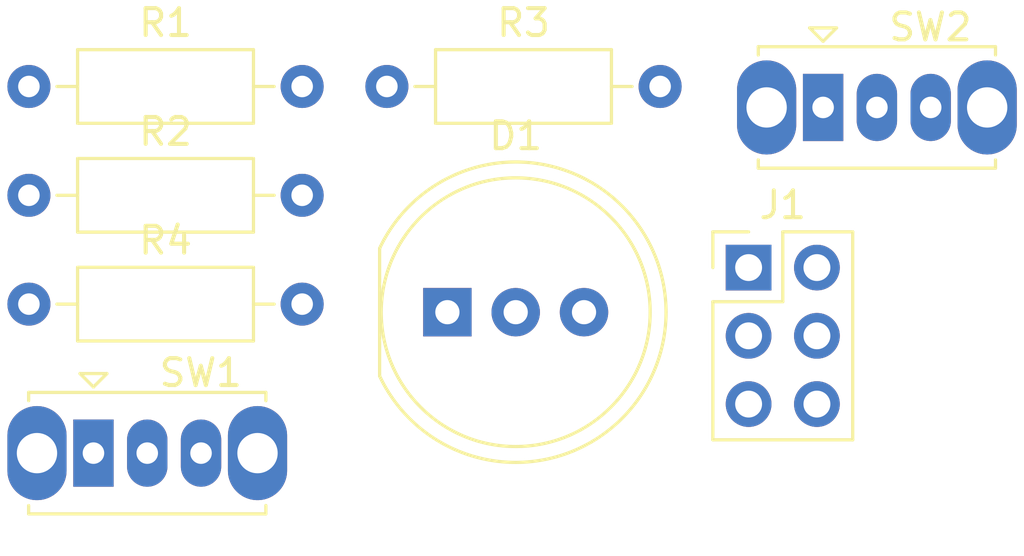
<source format=kicad_pcb>
(kicad_pcb (version 20171130) (host pcbnew 5.1.4-e60b266~84~ubuntu18.04.1)

  (general
    (thickness 1.6)
    (drawings 0)
    (tracks 0)
    (zones 0)
    (modules 8)
    (nets 13)
  )

  (page A4)
  (layers
    (0 F.Cu signal)
    (31 B.Cu signal)
    (32 B.Adhes user)
    (33 F.Adhes user)
    (34 B.Paste user)
    (35 F.Paste user)
    (36 B.SilkS user)
    (37 F.SilkS user)
    (38 B.Mask user)
    (39 F.Mask user)
    (40 Dwgs.User user)
    (41 Cmts.User user)
    (42 Eco1.User user)
    (43 Eco2.User user)
    (44 Edge.Cuts user)
    (45 Margin user)
    (46 B.CrtYd user)
    (47 F.CrtYd user)
    (48 B.Fab user)
    (49 F.Fab user)
  )

  (setup
    (last_trace_width 0.25)
    (trace_clearance 0.2)
    (zone_clearance 0.508)
    (zone_45_only no)
    (trace_min 0.2)
    (via_size 0.8)
    (via_drill 0.4)
    (via_min_size 0.4)
    (via_min_drill 0.3)
    (uvia_size 0.3)
    (uvia_drill 0.1)
    (uvias_allowed no)
    (uvia_min_size 0.2)
    (uvia_min_drill 0.1)
    (edge_width 0.05)
    (segment_width 0.2)
    (pcb_text_width 0.3)
    (pcb_text_size 1.5 1.5)
    (mod_edge_width 0.12)
    (mod_text_size 1 1)
    (mod_text_width 0.15)
    (pad_size 1.524 1.524)
    (pad_drill 0.762)
    (pad_to_mask_clearance 0.051)
    (solder_mask_min_width 0.25)
    (aux_axis_origin 0 0)
    (visible_elements FFFFFF7F)
    (pcbplotparams
      (layerselection 0x010fc_ffffffff)
      (usegerberextensions false)
      (usegerberattributes false)
      (usegerberadvancedattributes false)
      (creategerberjobfile false)
      (excludeedgelayer true)
      (linewidth 0.100000)
      (plotframeref false)
      (viasonmask false)
      (mode 1)
      (useauxorigin false)
      (hpglpennumber 1)
      (hpglpenspeed 20)
      (hpglpendiameter 15.000000)
      (psnegative false)
      (psa4output false)
      (plotreference true)
      (plotvalue true)
      (plotinvisibletext false)
      (padsonsilk false)
      (subtractmaskfromsilk false)
      (outputformat 1)
      (mirror false)
      (drillshape 1)
      (scaleselection 1)
      (outputdirectory ""))
  )

  (net 0 "")
  (net 1 "Net-(D1-Pad3)")
  (net 2 GND)
  (net 3 "Net-(D1-Pad1)")
  (net 4 +3V3)
  (net 5 "Net-(J1-Pad4)")
  (net 6 "Net-(J1-Pad3)")
  (net 7 "Net-(J1-Pad2)")
  (net 8 "Net-(J1-Pad1)")
  (net 9 "Net-(R1-Pad2)")
  (net 10 "Net-(R2-Pad2)")
  (net 11 "Net-(SW1-Pad1)")
  (net 12 "Net-(SW2-Pad1)")

  (net_class Default "This is the default net class."
    (clearance 0.2)
    (trace_width 0.25)
    (via_dia 0.8)
    (via_drill 0.4)
    (uvia_dia 0.3)
    (uvia_drill 0.1)
    (add_net +3V3)
    (add_net GND)
    (add_net "Net-(D1-Pad1)")
    (add_net "Net-(D1-Pad3)")
    (add_net "Net-(J1-Pad1)")
    (add_net "Net-(J1-Pad2)")
    (add_net "Net-(J1-Pad3)")
    (add_net "Net-(J1-Pad4)")
    (add_net "Net-(R1-Pad2)")
    (add_net "Net-(R2-Pad2)")
    (add_net "Net-(SW1-Pad1)")
    (add_net "Net-(SW2-Pad1)")
  )

  (module Button_Switch_THT:SW_Slide_1P2T_CK_OS102011MS2Q (layer F.Cu) (tedit 5C5044D5) (tstamp 5DB82726)
    (at 151.13 90.17)
    (descr "CuK miniature slide switch, OS series, SPDT, https://www.ckswitches.com/media/1428/os.pdf")
    (tags "switch SPDT")
    (path /5DB7D417)
    (fp_text reference SW2 (at 3.99 -2.99) (layer F.SilkS)
      (effects (font (size 1 1) (thickness 0.15)))
    )
    (fp_text value SW_SPDT (at 2 3) (layer F.Fab)
      (effects (font (size 1 1) (thickness 0.15)))
    )
    (fp_line (start 0.5 -2.96) (end -0.5 -2.96) (layer F.SilkS) (width 0.12))
    (fp_line (start 0 -2.46) (end 0.5 -2.96) (layer F.SilkS) (width 0.12))
    (fp_line (start -0.5 -2.96) (end 0 -2.46) (layer F.SilkS) (width 0.12))
    (fp_line (start 0 -1.65) (end 0.5 -2.15) (layer F.Fab) (width 0.1))
    (fp_line (start -0.5 -2.15) (end 0 -1.65) (layer F.Fab) (width 0.1))
    (fp_line (start -3.45 2.4) (end -3.45 -2.4) (layer B.CrtYd) (width 0.05))
    (fp_line (start 7.45 2.4) (end -3.45 2.4) (layer B.CrtYd) (width 0.05))
    (fp_line (start 7.45 -2.4) (end 7.45 2.4) (layer B.CrtYd) (width 0.05))
    (fp_line (start -3.45 -2.4) (end 7.45 -2.4) (layer B.CrtYd) (width 0.05))
    (fp_text user %R (at 3.99 -2.99) (layer F.Fab)
      (effects (font (size 1 1) (thickness 0.15)))
    )
    (fp_line (start 6.41 2.26) (end 6.41 1.95) (layer F.SilkS) (width 0.12))
    (fp_line (start -2.41 2.26) (end -2.41 1.95) (layer F.SilkS) (width 0.12))
    (fp_line (start -2.41 -1.95) (end -2.41 -2.26) (layer F.SilkS) (width 0.12))
    (fp_line (start 6.41 2.26) (end -2.41 2.26) (layer F.SilkS) (width 0.12))
    (fp_line (start 6.41 -2.26) (end 6.41 -1.95) (layer F.SilkS) (width 0.12))
    (fp_line (start -2.41 -2.26) (end 6.41 -2.26) (layer F.SilkS) (width 0.12))
    (fp_line (start -2.3 -2.15) (end -0.5 -2.15) (layer F.Fab) (width 0.1))
    (fp_line (start 2 -1) (end 2 1) (layer F.Fab) (width 0.1))
    (fp_line (start 1.34 -1) (end 1.34 1) (layer F.Fab) (width 0.1))
    (fp_line (start 0.66 -1) (end 0.66 1) (layer F.Fab) (width 0.1))
    (fp_line (start 0 -1) (end 0 1) (layer F.Fab) (width 0.1))
    (fp_line (start 0 1) (end 4 1) (layer F.Fab) (width 0.1))
    (fp_line (start 4 -1) (end 4 1) (layer F.Fab) (width 0.1))
    (fp_line (start 0 -1) (end 4 -1) (layer F.Fab) (width 0.1))
    (fp_line (start -2.3 2.15) (end -2.3 -2.15) (layer F.Fab) (width 0.1))
    (fp_line (start 6.3 2.15) (end -2.3 2.15) (layer F.Fab) (width 0.1))
    (fp_line (start 6.3 -2.15) (end 6.3 2.15) (layer F.Fab) (width 0.1))
    (fp_line (start 0.5 -2.15) (end 6.3 -2.15) (layer F.Fab) (width 0.1))
    (pad "" thru_hole oval (at 6.1 0) (size 2.2 3.5) (drill 1.5) (layers *.Cu *.Mask))
    (pad "" thru_hole oval (at -2.1 0) (size 2.2 3.5) (drill 1.5) (layers *.Cu *.Mask))
    (pad 3 thru_hole oval (at 4 0) (size 1.5 2.5) (drill 0.8) (layers *.Cu *.Mask)
      (net 10 "Net-(R2-Pad2)"))
    (pad 2 thru_hole oval (at 2 0) (size 1.5 2.5) (drill 0.8) (layers *.Cu *.Mask)
      (net 4 +3V3))
    (pad 1 thru_hole rect (at 0 0) (size 1.5 2.5) (drill 0.8) (layers *.Cu *.Mask)
      (net 12 "Net-(SW2-Pad1)"))
    (model ${KISYS3DMOD}/Button_Switch_THT.3dshapes/SW_Slide_1P2T_CK_OS102011MS2Q.wrl
      (at (xyz 0 0 0))
      (scale (xyz 1 1 1))
      (rotate (xyz 0 0 0))
    )
  )

  (module Button_Switch_THT:SW_Slide_1P2T_CK_OS102011MS2Q (layer F.Cu) (tedit 5C5044D5) (tstamp 5DB82701)
    (at 124 103.035)
    (descr "CuK miniature slide switch, OS series, SPDT, https://www.ckswitches.com/media/1428/os.pdf")
    (tags "switch SPDT")
    (path /5DB7D218)
    (fp_text reference SW1 (at 3.99 -2.99) (layer F.SilkS)
      (effects (font (size 1 1) (thickness 0.15)))
    )
    (fp_text value SW_SPDT (at 2 3) (layer F.Fab)
      (effects (font (size 1 1) (thickness 0.15)))
    )
    (fp_line (start 0.5 -2.96) (end -0.5 -2.96) (layer F.SilkS) (width 0.12))
    (fp_line (start 0 -2.46) (end 0.5 -2.96) (layer F.SilkS) (width 0.12))
    (fp_line (start -0.5 -2.96) (end 0 -2.46) (layer F.SilkS) (width 0.12))
    (fp_line (start 0 -1.65) (end 0.5 -2.15) (layer F.Fab) (width 0.1))
    (fp_line (start -0.5 -2.15) (end 0 -1.65) (layer F.Fab) (width 0.1))
    (fp_line (start -3.45 2.4) (end -3.45 -2.4) (layer B.CrtYd) (width 0.05))
    (fp_line (start 7.45 2.4) (end -3.45 2.4) (layer B.CrtYd) (width 0.05))
    (fp_line (start 7.45 -2.4) (end 7.45 2.4) (layer B.CrtYd) (width 0.05))
    (fp_line (start -3.45 -2.4) (end 7.45 -2.4) (layer B.CrtYd) (width 0.05))
    (fp_text user %R (at 3.99 -2.99) (layer F.Fab)
      (effects (font (size 1 1) (thickness 0.15)))
    )
    (fp_line (start 6.41 2.26) (end 6.41 1.95) (layer F.SilkS) (width 0.12))
    (fp_line (start -2.41 2.26) (end -2.41 1.95) (layer F.SilkS) (width 0.12))
    (fp_line (start -2.41 -1.95) (end -2.41 -2.26) (layer F.SilkS) (width 0.12))
    (fp_line (start 6.41 2.26) (end -2.41 2.26) (layer F.SilkS) (width 0.12))
    (fp_line (start 6.41 -2.26) (end 6.41 -1.95) (layer F.SilkS) (width 0.12))
    (fp_line (start -2.41 -2.26) (end 6.41 -2.26) (layer F.SilkS) (width 0.12))
    (fp_line (start -2.3 -2.15) (end -0.5 -2.15) (layer F.Fab) (width 0.1))
    (fp_line (start 2 -1) (end 2 1) (layer F.Fab) (width 0.1))
    (fp_line (start 1.34 -1) (end 1.34 1) (layer F.Fab) (width 0.1))
    (fp_line (start 0.66 -1) (end 0.66 1) (layer F.Fab) (width 0.1))
    (fp_line (start 0 -1) (end 0 1) (layer F.Fab) (width 0.1))
    (fp_line (start 0 1) (end 4 1) (layer F.Fab) (width 0.1))
    (fp_line (start 4 -1) (end 4 1) (layer F.Fab) (width 0.1))
    (fp_line (start 0 -1) (end 4 -1) (layer F.Fab) (width 0.1))
    (fp_line (start -2.3 2.15) (end -2.3 -2.15) (layer F.Fab) (width 0.1))
    (fp_line (start 6.3 2.15) (end -2.3 2.15) (layer F.Fab) (width 0.1))
    (fp_line (start 6.3 -2.15) (end 6.3 2.15) (layer F.Fab) (width 0.1))
    (fp_line (start 0.5 -2.15) (end 6.3 -2.15) (layer F.Fab) (width 0.1))
    (pad "" thru_hole oval (at 6.1 0) (size 2.2 3.5) (drill 1.5) (layers *.Cu *.Mask))
    (pad "" thru_hole oval (at -2.1 0) (size 2.2 3.5) (drill 1.5) (layers *.Cu *.Mask))
    (pad 3 thru_hole oval (at 4 0) (size 1.5 2.5) (drill 0.8) (layers *.Cu *.Mask)
      (net 9 "Net-(R1-Pad2)"))
    (pad 2 thru_hole oval (at 2 0) (size 1.5 2.5) (drill 0.8) (layers *.Cu *.Mask)
      (net 4 +3V3))
    (pad 1 thru_hole rect (at 0 0) (size 1.5 2.5) (drill 0.8) (layers *.Cu *.Mask)
      (net 11 "Net-(SW1-Pad1)"))
    (model ${KISYS3DMOD}/Button_Switch_THT.3dshapes/SW_Slide_1P2T_CK_OS102011MS2Q.wrl
      (at (xyz 0 0 0))
      (scale (xyz 1 1 1))
      (rotate (xyz 0 0 0))
    )
  )

  (module Resistor_THT:R_Axial_DIN0207_L6.3mm_D2.5mm_P10.16mm_Horizontal (layer F.Cu) (tedit 5AE5139B) (tstamp 5DB826DC)
    (at 121.6 97.49)
    (descr "Resistor, Axial_DIN0207 series, Axial, Horizontal, pin pitch=10.16mm, 0.25W = 1/4W, length*diameter=6.3*2.5mm^2, http://cdn-reichelt.de/documents/datenblatt/B400/1_4W%23YAG.pdf")
    (tags "Resistor Axial_DIN0207 series Axial Horizontal pin pitch 10.16mm 0.25W = 1/4W length 6.3mm diameter 2.5mm")
    (path /5DBB1814)
    (fp_text reference R4 (at 5.08 -2.37) (layer F.SilkS)
      (effects (font (size 1 1) (thickness 0.15)))
    )
    (fp_text value 330 (at 5.08 2.37) (layer F.Fab)
      (effects (font (size 1 1) (thickness 0.15)))
    )
    (fp_text user %R (at 5.08 0) (layer F.Fab)
      (effects (font (size 1 1) (thickness 0.15)))
    )
    (fp_line (start 11.21 -1.5) (end -1.05 -1.5) (layer F.CrtYd) (width 0.05))
    (fp_line (start 11.21 1.5) (end 11.21 -1.5) (layer F.CrtYd) (width 0.05))
    (fp_line (start -1.05 1.5) (end 11.21 1.5) (layer F.CrtYd) (width 0.05))
    (fp_line (start -1.05 -1.5) (end -1.05 1.5) (layer F.CrtYd) (width 0.05))
    (fp_line (start 9.12 0) (end 8.35 0) (layer F.SilkS) (width 0.12))
    (fp_line (start 1.04 0) (end 1.81 0) (layer F.SilkS) (width 0.12))
    (fp_line (start 8.35 -1.37) (end 1.81 -1.37) (layer F.SilkS) (width 0.12))
    (fp_line (start 8.35 1.37) (end 8.35 -1.37) (layer F.SilkS) (width 0.12))
    (fp_line (start 1.81 1.37) (end 8.35 1.37) (layer F.SilkS) (width 0.12))
    (fp_line (start 1.81 -1.37) (end 1.81 1.37) (layer F.SilkS) (width 0.12))
    (fp_line (start 10.16 0) (end 8.23 0) (layer F.Fab) (width 0.1))
    (fp_line (start 0 0) (end 1.93 0) (layer F.Fab) (width 0.1))
    (fp_line (start 8.23 -1.25) (end 1.93 -1.25) (layer F.Fab) (width 0.1))
    (fp_line (start 8.23 1.25) (end 8.23 -1.25) (layer F.Fab) (width 0.1))
    (fp_line (start 1.93 1.25) (end 8.23 1.25) (layer F.Fab) (width 0.1))
    (fp_line (start 1.93 -1.25) (end 1.93 1.25) (layer F.Fab) (width 0.1))
    (pad 2 thru_hole oval (at 10.16 0) (size 1.6 1.6) (drill 0.8) (layers *.Cu *.Mask)
      (net 7 "Net-(J1-Pad2)"))
    (pad 1 thru_hole circle (at 0 0) (size 1.6 1.6) (drill 0.8) (layers *.Cu *.Mask)
      (net 3 "Net-(D1-Pad1)"))
    (model ${KISYS3DMOD}/Resistor_THT.3dshapes/R_Axial_DIN0207_L6.3mm_D2.5mm_P10.16mm_Horizontal.wrl
      (at (xyz 0 0 0))
      (scale (xyz 1 1 1))
      (rotate (xyz 0 0 0))
    )
  )

  (module Resistor_THT:R_Axial_DIN0207_L6.3mm_D2.5mm_P10.16mm_Horizontal (layer F.Cu) (tedit 5AE5139B) (tstamp 5DB826C5)
    (at 134.91 89.39)
    (descr "Resistor, Axial_DIN0207 series, Axial, Horizontal, pin pitch=10.16mm, 0.25W = 1/4W, length*diameter=6.3*2.5mm^2, http://cdn-reichelt.de/documents/datenblatt/B400/1_4W%23YAG.pdf")
    (tags "Resistor Axial_DIN0207 series Axial Horizontal pin pitch 10.16mm 0.25W = 1/4W length 6.3mm diameter 2.5mm")
    (path /5DB9826C)
    (fp_text reference R3 (at 5.08 -2.37) (layer F.SilkS)
      (effects (font (size 1 1) (thickness 0.15)))
    )
    (fp_text value 330 (at 5.08 2.37) (layer F.Fab)
      (effects (font (size 1 1) (thickness 0.15)))
    )
    (fp_text user %R (at 5.08 0) (layer F.Fab)
      (effects (font (size 1 1) (thickness 0.15)))
    )
    (fp_line (start 11.21 -1.5) (end -1.05 -1.5) (layer F.CrtYd) (width 0.05))
    (fp_line (start 11.21 1.5) (end 11.21 -1.5) (layer F.CrtYd) (width 0.05))
    (fp_line (start -1.05 1.5) (end 11.21 1.5) (layer F.CrtYd) (width 0.05))
    (fp_line (start -1.05 -1.5) (end -1.05 1.5) (layer F.CrtYd) (width 0.05))
    (fp_line (start 9.12 0) (end 8.35 0) (layer F.SilkS) (width 0.12))
    (fp_line (start 1.04 0) (end 1.81 0) (layer F.SilkS) (width 0.12))
    (fp_line (start 8.35 -1.37) (end 1.81 -1.37) (layer F.SilkS) (width 0.12))
    (fp_line (start 8.35 1.37) (end 8.35 -1.37) (layer F.SilkS) (width 0.12))
    (fp_line (start 1.81 1.37) (end 8.35 1.37) (layer F.SilkS) (width 0.12))
    (fp_line (start 1.81 -1.37) (end 1.81 1.37) (layer F.SilkS) (width 0.12))
    (fp_line (start 10.16 0) (end 8.23 0) (layer F.Fab) (width 0.1))
    (fp_line (start 0 0) (end 1.93 0) (layer F.Fab) (width 0.1))
    (fp_line (start 8.23 -1.25) (end 1.93 -1.25) (layer F.Fab) (width 0.1))
    (fp_line (start 8.23 1.25) (end 8.23 -1.25) (layer F.Fab) (width 0.1))
    (fp_line (start 1.93 1.25) (end 8.23 1.25) (layer F.Fab) (width 0.1))
    (fp_line (start 1.93 -1.25) (end 1.93 1.25) (layer F.Fab) (width 0.1))
    (pad 2 thru_hole oval (at 10.16 0) (size 1.6 1.6) (drill 0.8) (layers *.Cu *.Mask)
      (net 1 "Net-(D1-Pad3)"))
    (pad 1 thru_hole circle (at 0 0) (size 1.6 1.6) (drill 0.8) (layers *.Cu *.Mask)
      (net 8 "Net-(J1-Pad1)"))
    (model ${KISYS3DMOD}/Resistor_THT.3dshapes/R_Axial_DIN0207_L6.3mm_D2.5mm_P10.16mm_Horizontal.wrl
      (at (xyz 0 0 0))
      (scale (xyz 1 1 1))
      (rotate (xyz 0 0 0))
    )
  )

  (module Resistor_THT:R_Axial_DIN0207_L6.3mm_D2.5mm_P10.16mm_Horizontal (layer F.Cu) (tedit 5AE5139B) (tstamp 5DB826AE)
    (at 121.6 93.44)
    (descr "Resistor, Axial_DIN0207 series, Axial, Horizontal, pin pitch=10.16mm, 0.25W = 1/4W, length*diameter=6.3*2.5mm^2, http://cdn-reichelt.de/documents/datenblatt/B400/1_4W%23YAG.pdf")
    (tags "Resistor Axial_DIN0207 series Axial Horizontal pin pitch 10.16mm 0.25W = 1/4W length 6.3mm diameter 2.5mm")
    (path /5DB7E65A)
    (fp_text reference R2 (at 5.08 -2.37) (layer F.SilkS)
      (effects (font (size 1 1) (thickness 0.15)))
    )
    (fp_text value 330 (at 5.08 2.37) (layer F.Fab)
      (effects (font (size 1 1) (thickness 0.15)))
    )
    (fp_text user %R (at 5.08 0) (layer F.Fab)
      (effects (font (size 1 1) (thickness 0.15)))
    )
    (fp_line (start 11.21 -1.5) (end -1.05 -1.5) (layer F.CrtYd) (width 0.05))
    (fp_line (start 11.21 1.5) (end 11.21 -1.5) (layer F.CrtYd) (width 0.05))
    (fp_line (start -1.05 1.5) (end 11.21 1.5) (layer F.CrtYd) (width 0.05))
    (fp_line (start -1.05 -1.5) (end -1.05 1.5) (layer F.CrtYd) (width 0.05))
    (fp_line (start 9.12 0) (end 8.35 0) (layer F.SilkS) (width 0.12))
    (fp_line (start 1.04 0) (end 1.81 0) (layer F.SilkS) (width 0.12))
    (fp_line (start 8.35 -1.37) (end 1.81 -1.37) (layer F.SilkS) (width 0.12))
    (fp_line (start 8.35 1.37) (end 8.35 -1.37) (layer F.SilkS) (width 0.12))
    (fp_line (start 1.81 1.37) (end 8.35 1.37) (layer F.SilkS) (width 0.12))
    (fp_line (start 1.81 -1.37) (end 1.81 1.37) (layer F.SilkS) (width 0.12))
    (fp_line (start 10.16 0) (end 8.23 0) (layer F.Fab) (width 0.1))
    (fp_line (start 0 0) (end 1.93 0) (layer F.Fab) (width 0.1))
    (fp_line (start 8.23 -1.25) (end 1.93 -1.25) (layer F.Fab) (width 0.1))
    (fp_line (start 8.23 1.25) (end 8.23 -1.25) (layer F.Fab) (width 0.1))
    (fp_line (start 1.93 1.25) (end 8.23 1.25) (layer F.Fab) (width 0.1))
    (fp_line (start 1.93 -1.25) (end 1.93 1.25) (layer F.Fab) (width 0.1))
    (pad 2 thru_hole oval (at 10.16 0) (size 1.6 1.6) (drill 0.8) (layers *.Cu *.Mask)
      (net 10 "Net-(R2-Pad2)"))
    (pad 1 thru_hole circle (at 0 0) (size 1.6 1.6) (drill 0.8) (layers *.Cu *.Mask)
      (net 3 "Net-(D1-Pad1)"))
    (model ${KISYS3DMOD}/Resistor_THT.3dshapes/R_Axial_DIN0207_L6.3mm_D2.5mm_P10.16mm_Horizontal.wrl
      (at (xyz 0 0 0))
      (scale (xyz 1 1 1))
      (rotate (xyz 0 0 0))
    )
  )

  (module Resistor_THT:R_Axial_DIN0207_L6.3mm_D2.5mm_P10.16mm_Horizontal (layer F.Cu) (tedit 5AE5139B) (tstamp 5DB82697)
    (at 121.6 89.39)
    (descr "Resistor, Axial_DIN0207 series, Axial, Horizontal, pin pitch=10.16mm, 0.25W = 1/4W, length*diameter=6.3*2.5mm^2, http://cdn-reichelt.de/documents/datenblatt/B400/1_4W%23YAG.pdf")
    (tags "Resistor Axial_DIN0207 series Axial Horizontal pin pitch 10.16mm 0.25W = 1/4W length 6.3mm diameter 2.5mm")
    (path /5DB7DFF2)
    (fp_text reference R1 (at 5.08 -2.37) (layer F.SilkS)
      (effects (font (size 1 1) (thickness 0.15)))
    )
    (fp_text value 330 (at 5.08 2.37) (layer F.Fab)
      (effects (font (size 1 1) (thickness 0.15)))
    )
    (fp_text user %R (at 5.08 0) (layer F.Fab)
      (effects (font (size 1 1) (thickness 0.15)))
    )
    (fp_line (start 11.21 -1.5) (end -1.05 -1.5) (layer F.CrtYd) (width 0.05))
    (fp_line (start 11.21 1.5) (end 11.21 -1.5) (layer F.CrtYd) (width 0.05))
    (fp_line (start -1.05 1.5) (end 11.21 1.5) (layer F.CrtYd) (width 0.05))
    (fp_line (start -1.05 -1.5) (end -1.05 1.5) (layer F.CrtYd) (width 0.05))
    (fp_line (start 9.12 0) (end 8.35 0) (layer F.SilkS) (width 0.12))
    (fp_line (start 1.04 0) (end 1.81 0) (layer F.SilkS) (width 0.12))
    (fp_line (start 8.35 -1.37) (end 1.81 -1.37) (layer F.SilkS) (width 0.12))
    (fp_line (start 8.35 1.37) (end 8.35 -1.37) (layer F.SilkS) (width 0.12))
    (fp_line (start 1.81 1.37) (end 8.35 1.37) (layer F.SilkS) (width 0.12))
    (fp_line (start 1.81 -1.37) (end 1.81 1.37) (layer F.SilkS) (width 0.12))
    (fp_line (start 10.16 0) (end 8.23 0) (layer F.Fab) (width 0.1))
    (fp_line (start 0 0) (end 1.93 0) (layer F.Fab) (width 0.1))
    (fp_line (start 8.23 -1.25) (end 1.93 -1.25) (layer F.Fab) (width 0.1))
    (fp_line (start 8.23 1.25) (end 8.23 -1.25) (layer F.Fab) (width 0.1))
    (fp_line (start 1.93 1.25) (end 8.23 1.25) (layer F.Fab) (width 0.1))
    (fp_line (start 1.93 -1.25) (end 1.93 1.25) (layer F.Fab) (width 0.1))
    (pad 2 thru_hole oval (at 10.16 0) (size 1.6 1.6) (drill 0.8) (layers *.Cu *.Mask)
      (net 9 "Net-(R1-Pad2)"))
    (pad 1 thru_hole circle (at 0 0) (size 1.6 1.6) (drill 0.8) (layers *.Cu *.Mask)
      (net 1 "Net-(D1-Pad3)"))
    (model ${KISYS3DMOD}/Resistor_THT.3dshapes/R_Axial_DIN0207_L6.3mm_D2.5mm_P10.16mm_Horizontal.wrl
      (at (xyz 0 0 0))
      (scale (xyz 1 1 1))
      (rotate (xyz 0 0 0))
    )
  )

  (module Connector_PinHeader_2.54mm:PinHeader_2x03_P2.54mm_Vertical (layer F.Cu) (tedit 59FED5CC) (tstamp 5DB82680)
    (at 148.36 96.13)
    (descr "Through hole straight pin header, 2x03, 2.54mm pitch, double rows")
    (tags "Through hole pin header THT 2x03 2.54mm double row")
    (path /5DB87C39)
    (fp_text reference J1 (at 1.27 -2.33) (layer F.SilkS)
      (effects (font (size 1 1) (thickness 0.15)))
    )
    (fp_text value Conn_02x03_Odd_Even (at 1.27 7.41) (layer F.Fab)
      (effects (font (size 1 1) (thickness 0.15)))
    )
    (fp_text user %R (at 1.27 2.54 90) (layer F.Fab)
      (effects (font (size 1 1) (thickness 0.15)))
    )
    (fp_line (start 4.35 -1.8) (end -1.8 -1.8) (layer F.CrtYd) (width 0.05))
    (fp_line (start 4.35 6.85) (end 4.35 -1.8) (layer F.CrtYd) (width 0.05))
    (fp_line (start -1.8 6.85) (end 4.35 6.85) (layer F.CrtYd) (width 0.05))
    (fp_line (start -1.8 -1.8) (end -1.8 6.85) (layer F.CrtYd) (width 0.05))
    (fp_line (start -1.33 -1.33) (end 0 -1.33) (layer F.SilkS) (width 0.12))
    (fp_line (start -1.33 0) (end -1.33 -1.33) (layer F.SilkS) (width 0.12))
    (fp_line (start 1.27 -1.33) (end 3.87 -1.33) (layer F.SilkS) (width 0.12))
    (fp_line (start 1.27 1.27) (end 1.27 -1.33) (layer F.SilkS) (width 0.12))
    (fp_line (start -1.33 1.27) (end 1.27 1.27) (layer F.SilkS) (width 0.12))
    (fp_line (start 3.87 -1.33) (end 3.87 6.41) (layer F.SilkS) (width 0.12))
    (fp_line (start -1.33 1.27) (end -1.33 6.41) (layer F.SilkS) (width 0.12))
    (fp_line (start -1.33 6.41) (end 3.87 6.41) (layer F.SilkS) (width 0.12))
    (fp_line (start -1.27 0) (end 0 -1.27) (layer F.Fab) (width 0.1))
    (fp_line (start -1.27 6.35) (end -1.27 0) (layer F.Fab) (width 0.1))
    (fp_line (start 3.81 6.35) (end -1.27 6.35) (layer F.Fab) (width 0.1))
    (fp_line (start 3.81 -1.27) (end 3.81 6.35) (layer F.Fab) (width 0.1))
    (fp_line (start 0 -1.27) (end 3.81 -1.27) (layer F.Fab) (width 0.1))
    (pad 6 thru_hole oval (at 2.54 5.08) (size 1.7 1.7) (drill 1) (layers *.Cu *.Mask)
      (net 2 GND))
    (pad 5 thru_hole oval (at 0 5.08) (size 1.7 1.7) (drill 1) (layers *.Cu *.Mask)
      (net 4 +3V3))
    (pad 4 thru_hole oval (at 2.54 2.54) (size 1.7 1.7) (drill 1) (layers *.Cu *.Mask)
      (net 5 "Net-(J1-Pad4)"))
    (pad 3 thru_hole oval (at 0 2.54) (size 1.7 1.7) (drill 1) (layers *.Cu *.Mask)
      (net 6 "Net-(J1-Pad3)"))
    (pad 2 thru_hole oval (at 2.54 0) (size 1.7 1.7) (drill 1) (layers *.Cu *.Mask)
      (net 7 "Net-(J1-Pad2)"))
    (pad 1 thru_hole rect (at 0 0) (size 1.7 1.7) (drill 1) (layers *.Cu *.Mask)
      (net 8 "Net-(J1-Pad1)"))
    (model ${KISYS3DMOD}/Connector_PinHeader_2.54mm.3dshapes/PinHeader_2x03_P2.54mm_Vertical.wrl
      (at (xyz 0 0 0))
      (scale (xyz 1 1 1))
      (rotate (xyz 0 0 0))
    )
  )

  (module LED_THT:LED_D10.0mm-3 (layer F.Cu) (tedit 587A3A7B) (tstamp 5DB82664)
    (at 137.16 97.79)
    (descr "LED, diameter 10.0mm, 2 pins, diameter 10.0mm, 3 pins, http://www.kingbright.com/attachments/file/psearch/000/00/00/L-819EGW(Ver.14A).pdf")
    (tags "LED diameter 10.0mm 2 pins diameter 10.0mm 3 pins")
    (path /5DB7DB90)
    (fp_text reference D1 (at 2.54 -6.56) (layer F.SilkS)
      (effects (font (size 1 1) (thickness 0.15)))
    )
    (fp_text value LED_Dual_ACA (at 2.54 6.56) (layer F.Fab)
      (effects (font (size 1 1) (thickness 0.15)))
    )
    (fp_line (start 8.35 -5.85) (end -3.3 -5.85) (layer F.CrtYd) (width 0.05))
    (fp_line (start 8.35 5.85) (end 8.35 -5.85) (layer F.CrtYd) (width 0.05))
    (fp_line (start -3.3 5.85) (end 8.35 5.85) (layer F.CrtYd) (width 0.05))
    (fp_line (start -3.3 -5.85) (end -3.3 5.85) (layer F.CrtYd) (width 0.05))
    (fp_line (start -2.52 -2.376) (end -2.52 2.376) (layer F.SilkS) (width 0.12))
    (fp_line (start -2.46 -2.291288) (end -2.46 2.291288) (layer F.Fab) (width 0.1))
    (fp_circle (center 2.54 0) (end 7.54 0) (layer F.SilkS) (width 0.12))
    (fp_circle (center 2.54 0) (end 7.54 0) (layer F.Fab) (width 0.1))
    (fp_arc (start 2.54 0) (end -2.52 2.375816) (angle -154.8) (layer F.SilkS) (width 0.12))
    (fp_arc (start 2.54 0) (end -2.52 -2.375816) (angle 154.8) (layer F.SilkS) (width 0.12))
    (fp_arc (start 2.54 0) (end -2.46 -2.291288) (angle 310.8) (layer F.Fab) (width 0.1))
    (pad 3 thru_hole circle (at 5.08 0) (size 1.8 1.8) (drill 0.9) (layers *.Cu *.Mask)
      (net 1 "Net-(D1-Pad3)"))
    (pad 2 thru_hole circle (at 2.54 0) (size 1.8 1.8) (drill 0.9) (layers *.Cu *.Mask)
      (net 2 GND))
    (pad 1 thru_hole rect (at 0 0) (size 1.8 1.8) (drill 0.9) (layers *.Cu *.Mask)
      (net 3 "Net-(D1-Pad1)"))
    (model ${KISYS3DMOD}/LED_THT.3dshapes/LED_D10.0mm-3.wrl
      (at (xyz 0 0 0))
      (scale (xyz 1 1 1))
      (rotate (xyz 0 0 0))
    )
  )

)

</source>
